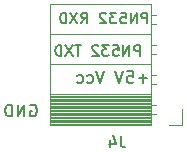
<source format=gbo>
%TF.GenerationSoftware,KiCad,Pcbnew,(6.0.0-0)*%
%TF.CreationDate,2022-04-18T16:48:19+01:00*%
%TF.ProjectId,acnode-reader-direct,61636e6f-6465-42d7-9265-616465722d64,rev?*%
%TF.SameCoordinates,Original*%
%TF.FileFunction,Legend,Bot*%
%TF.FilePolarity,Positive*%
%FSLAX46Y46*%
G04 Gerber Fmt 4.6, Leading zero omitted, Abs format (unit mm)*
G04 Created by KiCad (PCBNEW (6.0.0-0)) date 2022-04-18 16:48:19*
%MOMM*%
%LPD*%
G01*
G04 APERTURE LIST*
%ADD10C,0.150000*%
%ADD11C,0.120000*%
%ADD12R,2.100000X2.100000*%
%ADD13C,2.100000*%
%ADD14C,3.250000*%
%ADD15R,1.500000X1.500000*%
%ADD16C,1.500000*%
%ADD17C,2.300000*%
%ADD18C,3.700000*%
%ADD19C,1.600000*%
%ADD20O,1.600000X1.600000*%
%ADD21R,1.700000X1.700000*%
%ADD22O,1.700000X1.700000*%
G04 APERTURE END LIST*
D10*
X125202380Y-73571428D02*
X124440476Y-73571428D01*
X124821428Y-73952380D02*
X124821428Y-73190476D01*
X123488095Y-72952380D02*
X123964285Y-72952380D01*
X124011904Y-73428571D01*
X123964285Y-73380952D01*
X123869047Y-73333333D01*
X123630952Y-73333333D01*
X123535714Y-73380952D01*
X123488095Y-73428571D01*
X123440476Y-73523809D01*
X123440476Y-73761904D01*
X123488095Y-73857142D01*
X123535714Y-73904761D01*
X123630952Y-73952380D01*
X123869047Y-73952380D01*
X123964285Y-73904761D01*
X124011904Y-73857142D01*
X123154761Y-72952380D02*
X122821428Y-73952380D01*
X122488095Y-72952380D01*
X121535714Y-72952380D02*
X121202380Y-73952380D01*
X120869047Y-72952380D01*
X120107142Y-73904761D02*
X120202380Y-73952380D01*
X120392857Y-73952380D01*
X120488095Y-73904761D01*
X120535714Y-73857142D01*
X120583333Y-73761904D01*
X120583333Y-73476190D01*
X120535714Y-73380952D01*
X120488095Y-73333333D01*
X120392857Y-73285714D01*
X120202380Y-73285714D01*
X120107142Y-73333333D01*
X119250000Y-73904761D02*
X119345238Y-73952380D01*
X119535714Y-73952380D01*
X119630952Y-73904761D01*
X119678571Y-73857142D01*
X119726190Y-73761904D01*
X119726190Y-73476190D01*
X119678571Y-73380952D01*
X119630952Y-73333333D01*
X119535714Y-73285714D01*
X119345238Y-73285714D01*
X119250000Y-73333333D01*
X115261904Y-75847145D02*
X115357142Y-75799525D01*
X115500000Y-75799525D01*
X115642857Y-75847145D01*
X115738095Y-75942383D01*
X115785714Y-76037621D01*
X115833333Y-76228097D01*
X115833333Y-76370954D01*
X115785714Y-76561430D01*
X115738095Y-76656668D01*
X115642857Y-76751906D01*
X115500000Y-76799525D01*
X115404761Y-76799525D01*
X115261904Y-76751906D01*
X115214285Y-76704287D01*
X115214285Y-76370954D01*
X115404761Y-76370954D01*
X114785714Y-76799525D02*
X114785714Y-75799525D01*
X114214285Y-76799525D01*
X114214285Y-75799525D01*
X113738095Y-76799525D02*
X113738095Y-75799525D01*
X113500000Y-75799525D01*
X113357142Y-75847145D01*
X113261904Y-75942383D01*
X113214285Y-76037621D01*
X113166666Y-76228097D01*
X113166666Y-76370954D01*
X113214285Y-76561430D01*
X113261904Y-76656668D01*
X113357142Y-76751906D01*
X113500000Y-76799525D01*
X113738095Y-76799525D01*
X125188214Y-68907142D02*
X125188214Y-68007142D01*
X124845357Y-68007142D01*
X124759642Y-68050000D01*
X124716785Y-68092857D01*
X124673928Y-68178571D01*
X124673928Y-68307142D01*
X124716785Y-68392857D01*
X124759642Y-68435714D01*
X124845357Y-68478571D01*
X125188214Y-68478571D01*
X124288214Y-68907142D02*
X124288214Y-68007142D01*
X123773928Y-68907142D01*
X123773928Y-68007142D01*
X122916785Y-68007142D02*
X123345357Y-68007142D01*
X123388214Y-68435714D01*
X123345357Y-68392857D01*
X123259642Y-68350000D01*
X123045357Y-68350000D01*
X122959642Y-68392857D01*
X122916785Y-68435714D01*
X122873928Y-68521428D01*
X122873928Y-68735714D01*
X122916785Y-68821428D01*
X122959642Y-68864285D01*
X123045357Y-68907142D01*
X123259642Y-68907142D01*
X123345357Y-68864285D01*
X123388214Y-68821428D01*
X122573928Y-68007142D02*
X122016785Y-68007142D01*
X122316785Y-68350000D01*
X122188214Y-68350000D01*
X122102500Y-68392857D01*
X122059642Y-68435714D01*
X122016785Y-68521428D01*
X122016785Y-68735714D01*
X122059642Y-68821428D01*
X122102500Y-68864285D01*
X122188214Y-68907142D01*
X122445357Y-68907142D01*
X122531071Y-68864285D01*
X122573928Y-68821428D01*
X121673928Y-68092857D02*
X121631071Y-68050000D01*
X121545357Y-68007142D01*
X121331071Y-68007142D01*
X121245357Y-68050000D01*
X121202500Y-68092857D01*
X121159642Y-68178571D01*
X121159642Y-68264285D01*
X121202500Y-68392857D01*
X121716785Y-68907142D01*
X121159642Y-68907142D01*
X119573928Y-68907142D02*
X119873928Y-68478571D01*
X120088214Y-68907142D02*
X120088214Y-68007142D01*
X119745357Y-68007142D01*
X119659642Y-68050000D01*
X119616785Y-68092857D01*
X119573928Y-68178571D01*
X119573928Y-68307142D01*
X119616785Y-68392857D01*
X119659642Y-68435714D01*
X119745357Y-68478571D01*
X120088214Y-68478571D01*
X119273928Y-68007142D02*
X118673928Y-68907142D01*
X118673928Y-68007142D02*
X119273928Y-68907142D01*
X118331071Y-68907142D02*
X118331071Y-68007142D01*
X118116785Y-68007142D01*
X117988214Y-68050000D01*
X117902500Y-68135714D01*
X117859642Y-68221428D01*
X117816785Y-68392857D01*
X117816785Y-68521428D01*
X117859642Y-68692857D01*
X117902500Y-68778571D01*
X117988214Y-68864285D01*
X118116785Y-68907142D01*
X118331071Y-68907142D01*
X124557142Y-71657142D02*
X124557142Y-70757142D01*
X124214285Y-70757142D01*
X124128571Y-70800000D01*
X124085714Y-70842857D01*
X124042857Y-70928571D01*
X124042857Y-71057142D01*
X124085714Y-71142857D01*
X124128571Y-71185714D01*
X124214285Y-71228571D01*
X124557142Y-71228571D01*
X123657142Y-71657142D02*
X123657142Y-70757142D01*
X123142857Y-71657142D01*
X123142857Y-70757142D01*
X122285714Y-70757142D02*
X122714285Y-70757142D01*
X122757142Y-71185714D01*
X122714285Y-71142857D01*
X122628571Y-71100000D01*
X122414285Y-71100000D01*
X122328571Y-71142857D01*
X122285714Y-71185714D01*
X122242857Y-71271428D01*
X122242857Y-71485714D01*
X122285714Y-71571428D01*
X122328571Y-71614285D01*
X122414285Y-71657142D01*
X122628571Y-71657142D01*
X122714285Y-71614285D01*
X122757142Y-71571428D01*
X121942857Y-70757142D02*
X121385714Y-70757142D01*
X121685714Y-71100000D01*
X121557142Y-71100000D01*
X121471428Y-71142857D01*
X121428571Y-71185714D01*
X121385714Y-71271428D01*
X121385714Y-71485714D01*
X121428571Y-71571428D01*
X121471428Y-71614285D01*
X121557142Y-71657142D01*
X121814285Y-71657142D01*
X121900000Y-71614285D01*
X121942857Y-71571428D01*
X121042857Y-70842857D02*
X121000000Y-70800000D01*
X120914285Y-70757142D01*
X120700000Y-70757142D01*
X120614285Y-70800000D01*
X120571428Y-70842857D01*
X120528571Y-70928571D01*
X120528571Y-71014285D01*
X120571428Y-71142857D01*
X121085714Y-71657142D01*
X120528571Y-71657142D01*
X119585714Y-70757142D02*
X119071428Y-70757142D01*
X119328571Y-71657142D02*
X119328571Y-70757142D01*
X118857142Y-70757142D02*
X118257142Y-71657142D01*
X118257142Y-70757142D02*
X118857142Y-71657142D01*
X117914285Y-71657142D02*
X117914285Y-70757142D01*
X117700000Y-70757142D01*
X117571428Y-70800000D01*
X117485714Y-70885714D01*
X117442857Y-70971428D01*
X117400000Y-71142857D01*
X117400000Y-71271428D01*
X117442857Y-71442857D01*
X117485714Y-71528571D01*
X117571428Y-71614285D01*
X117700000Y-71657142D01*
X117914285Y-71657142D01*
%TO.C,J4*%
X122953333Y-78422380D02*
X122953333Y-79136666D01*
X123000952Y-79279523D01*
X123096190Y-79374761D01*
X123239047Y-79422380D01*
X123334285Y-79422380D01*
X122048571Y-78755714D02*
X122048571Y-79422380D01*
X122286666Y-78374761D02*
X122524761Y-79089047D01*
X121905714Y-79089047D01*
D11*
X116910000Y-76347145D02*
X125540000Y-76347145D01*
X125540000Y-75840000D02*
X125890000Y-75840000D01*
X125540000Y-68220000D02*
X125950000Y-68220000D01*
X116910000Y-77291905D02*
X125540000Y-77291905D01*
X125540000Y-68940000D02*
X125950000Y-68940000D01*
X116910000Y-77055715D02*
X125540000Y-77055715D01*
X116910000Y-67250000D02*
X125540000Y-67250000D01*
X116910000Y-76110955D02*
X125540000Y-76110955D01*
X125540000Y-74020000D02*
X125950000Y-74020000D01*
X116910000Y-75166195D02*
X125540000Y-75166195D01*
X116910000Y-75048100D02*
X125540000Y-75048100D01*
X116910000Y-74930000D02*
X125540000Y-74930000D01*
X116910000Y-77530000D02*
X125540000Y-77530000D01*
X116910000Y-77530000D02*
X116910000Y-67250000D01*
X116910000Y-75284290D02*
X125540000Y-75284290D01*
X125540000Y-70760000D02*
X125950000Y-70760000D01*
X125540000Y-73300000D02*
X125950000Y-73300000D01*
X116910000Y-77410000D02*
X125540000Y-77410000D01*
X116910000Y-77173810D02*
X125540000Y-77173810D01*
X125540000Y-71480000D02*
X125950000Y-71480000D01*
X116910000Y-76937620D02*
X125540000Y-76937620D01*
X116910000Y-75520480D02*
X125540000Y-75520480D01*
X116910000Y-72390000D02*
X125540000Y-72390000D01*
X116910000Y-76819525D02*
X125540000Y-76819525D01*
X116910000Y-76701430D02*
X125540000Y-76701430D01*
X116910000Y-76583335D02*
X125540000Y-76583335D01*
X116910000Y-76465240D02*
X125540000Y-76465240D01*
X116910000Y-75402385D02*
X125540000Y-75402385D01*
X116910000Y-76229050D02*
X125540000Y-76229050D01*
X128110000Y-77530000D02*
X128110000Y-76200000D01*
X127000000Y-77530000D02*
X128110000Y-77530000D01*
X116910000Y-75756670D02*
X125540000Y-75756670D01*
X116910000Y-75638575D02*
X125540000Y-75638575D01*
X116910000Y-69850000D02*
X125540000Y-69850000D01*
X116910000Y-75874765D02*
X125540000Y-75874765D01*
X116910000Y-75992860D02*
X125540000Y-75992860D01*
X125540000Y-76560000D02*
X125890000Y-76560000D01*
X125540000Y-77530000D02*
X125540000Y-67250000D01*
%TD*%
%LPC*%
D12*
%TO.C,J3*%
X85000000Y-56540000D03*
D13*
X85000000Y-54000000D03*
X85000000Y-51460000D03*
%TD*%
D14*
%TO.C,J1*%
X86360000Y-78990000D03*
X86360000Y-66290000D03*
D15*
X88900000Y-76200000D03*
D16*
X90680000Y-75184000D03*
X88900000Y-74168000D03*
X90680000Y-73152000D03*
X88900000Y-72136000D03*
X90680000Y-71120000D03*
X88900000Y-70104000D03*
X90680000Y-69088000D03*
D17*
X89790000Y-64510000D03*
X89790000Y-80770000D03*
%TD*%
D18*
%TO.C,EN 60670-1*%
X95000000Y-42800000D03*
%TD*%
D19*
%TO.C,R1*%
X101150000Y-62500000D03*
D20*
X113850000Y-62500000D03*
%TD*%
D18*
%TO.C,EN 60670-1*%
X95000000Y-103100000D03*
%TD*%
D13*
%TO.C,J2*%
X83000000Y-106805000D03*
X83000000Y-104265000D03*
X83000000Y-101725000D03*
D12*
X83000000Y-99185000D03*
%TD*%
D19*
%TO.C,R2*%
X130000000Y-87500000D03*
D20*
X117300000Y-87500000D03*
%TD*%
D19*
%TO.C,R3*%
X101150000Y-87500000D03*
D20*
X113850000Y-87500000D03*
%TD*%
D21*
%TO.C,J4*%
X127000000Y-76200000D03*
D22*
X127000000Y-73660000D03*
X127000000Y-71120000D03*
X127000000Y-68580000D03*
%TD*%
M02*

</source>
